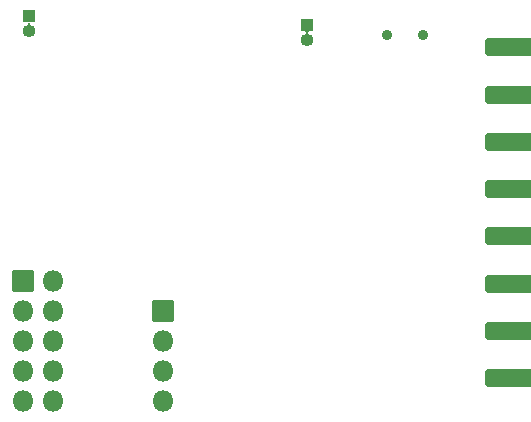
<source format=gbr>
%TF.GenerationSoftware,KiCad,Pcbnew,(6.0.8)*%
%TF.CreationDate,2022-10-31T19:22:44+01:00*%
%TF.ProjectId,stm_v3,73746d5f-7633-42e6-9b69-6361645f7063,rev?*%
%TF.SameCoordinates,Original*%
%TF.FileFunction,Soldermask,Bot*%
%TF.FilePolarity,Negative*%
%FSLAX46Y46*%
G04 Gerber Fmt 4.6, Leading zero omitted, Abs format (unit mm)*
G04 Created by KiCad (PCBNEW (6.0.8)) date 2022-10-31 19:22:44*
%MOMM*%
%LPD*%
G01*
G04 APERTURE LIST*
G04 Aperture macros list*
%AMRoundRect*
0 Rectangle with rounded corners*
0 $1 Rounding radius*
0 $2 $3 $4 $5 $6 $7 $8 $9 X,Y pos of 4 corners*
0 Add a 4 corners polygon primitive as box body*
4,1,4,$2,$3,$4,$5,$6,$7,$8,$9,$2,$3,0*
0 Add four circle primitives for the rounded corners*
1,1,$1+$1,$2,$3*
1,1,$1+$1,$4,$5*
1,1,$1+$1,$6,$7*
1,1,$1+$1,$8,$9*
0 Add four rect primitives between the rounded corners*
20,1,$1+$1,$2,$3,$4,$5,0*
20,1,$1+$1,$4,$5,$6,$7,0*
20,1,$1+$1,$6,$7,$8,$9,0*
20,1,$1+$1,$8,$9,$2,$3,0*%
%AMFreePoly0*
4,1,31,0.382218,2.049476,0.489351,2.033847,0.504091,2.029292,0.614722,1.975214,0.628088,1.965679,0.715237,1.878682,0.724795,1.865332,0.779065,1.754796,0.783653,1.740021,0.799470,1.632261,0.800000,1.625000,0.800000,-2.000000,0.785355,-2.035355,0.750000,-2.050000,-0.750000,-2.050000,-0.785355,-2.035355,-0.800000,-2.000000,-0.800000,1.625000,-0.799476,1.632218,-0.783847,1.739351,
-0.779292,1.754091,-0.725214,1.864722,-0.715679,1.878088,-0.628682,1.965237,-0.615332,1.974795,-0.504796,2.029065,-0.490021,2.033653,-0.382261,2.049470,-0.375000,2.050000,0.375000,2.050000,0.382218,2.049476,0.382218,2.049476,$1*%
G04 Aperture macros list end*
%ADD10RoundRect,0.050000X-0.500000X-0.500000X0.500000X-0.500000X0.500000X0.500000X-0.500000X0.500000X0*%
%ADD11O,1.100000X1.100000*%
%ADD12FreePoly0,90.000000*%
%ADD13C,0.900000*%
%ADD14RoundRect,0.050000X-0.850000X-0.850000X0.850000X-0.850000X0.850000X0.850000X-0.850000X0.850000X0*%
%ADD15O,1.800000X1.800000*%
G04 APERTURE END LIST*
D10*
%TO.C,SW3*%
X163945000Y-70400000D03*
D11*
X163945000Y-71670000D03*
%TD*%
D12*
%TO.C,J3*%
X181050000Y-72300000D03*
X181050000Y-76300000D03*
X181050000Y-80300000D03*
X181050000Y-84300000D03*
X181050000Y-88300000D03*
X181050000Y-92300000D03*
X181050000Y-96300000D03*
X181050000Y-100300000D03*
%TD*%
D13*
%TO.C,SW2*%
X170738908Y-71250000D03*
X173738908Y-71250000D03*
%TD*%
D14*
%TO.C,J1*%
X151760000Y-94640000D03*
D15*
X151760000Y-97180000D03*
X151760000Y-99720000D03*
X151760000Y-102260000D03*
%TD*%
D14*
%TO.C,J2*%
X139935000Y-92060000D03*
D15*
X142475000Y-92060000D03*
X139935000Y-94600000D03*
X142475000Y-94600000D03*
X139935000Y-97140000D03*
X142475000Y-97140000D03*
X139935000Y-99680000D03*
X142475000Y-99680000D03*
X139935000Y-102220000D03*
X142475000Y-102220000D03*
%TD*%
D10*
%TO.C,SW4*%
X140450000Y-69650000D03*
D11*
X140450000Y-70920000D03*
%TD*%
G36*
X164127214Y-70949000D02*
G01*
X164127214Y-70951000D01*
X164126100Y-70951902D01*
X164067944Y-70970798D01*
X164032380Y-71019747D01*
X164032380Y-71080249D01*
X164068022Y-71129306D01*
X164082818Y-71136221D01*
X164083964Y-71137860D01*
X164083117Y-71139672D01*
X164081710Y-71140016D01*
X163945000Y-71122017D01*
X163803172Y-71140690D01*
X163796753Y-71143349D01*
X163794771Y-71143088D01*
X163794005Y-71141240D01*
X163794943Y-71139796D01*
X163837727Y-71113578D01*
X163860880Y-71057680D01*
X163846756Y-70998849D01*
X163800652Y-70959472D01*
X163762896Y-70951962D01*
X163761392Y-70950643D01*
X163761782Y-70948681D01*
X163763286Y-70948000D01*
X164125482Y-70948000D01*
X164127214Y-70949000D01*
G37*
G36*
X140632214Y-70199000D02*
G01*
X140632214Y-70201000D01*
X140631100Y-70201902D01*
X140572944Y-70220798D01*
X140537380Y-70269747D01*
X140537380Y-70330249D01*
X140573022Y-70379306D01*
X140587818Y-70386221D01*
X140588964Y-70387860D01*
X140588117Y-70389672D01*
X140586710Y-70390016D01*
X140450000Y-70372017D01*
X140308172Y-70390690D01*
X140301753Y-70393349D01*
X140299771Y-70393088D01*
X140299005Y-70391240D01*
X140299943Y-70389796D01*
X140342727Y-70363578D01*
X140365880Y-70307680D01*
X140351756Y-70248849D01*
X140305652Y-70209472D01*
X140267896Y-70201962D01*
X140266392Y-70200643D01*
X140266782Y-70198681D01*
X140268286Y-70198000D01*
X140630482Y-70198000D01*
X140632214Y-70199000D01*
G37*
M02*

</source>
